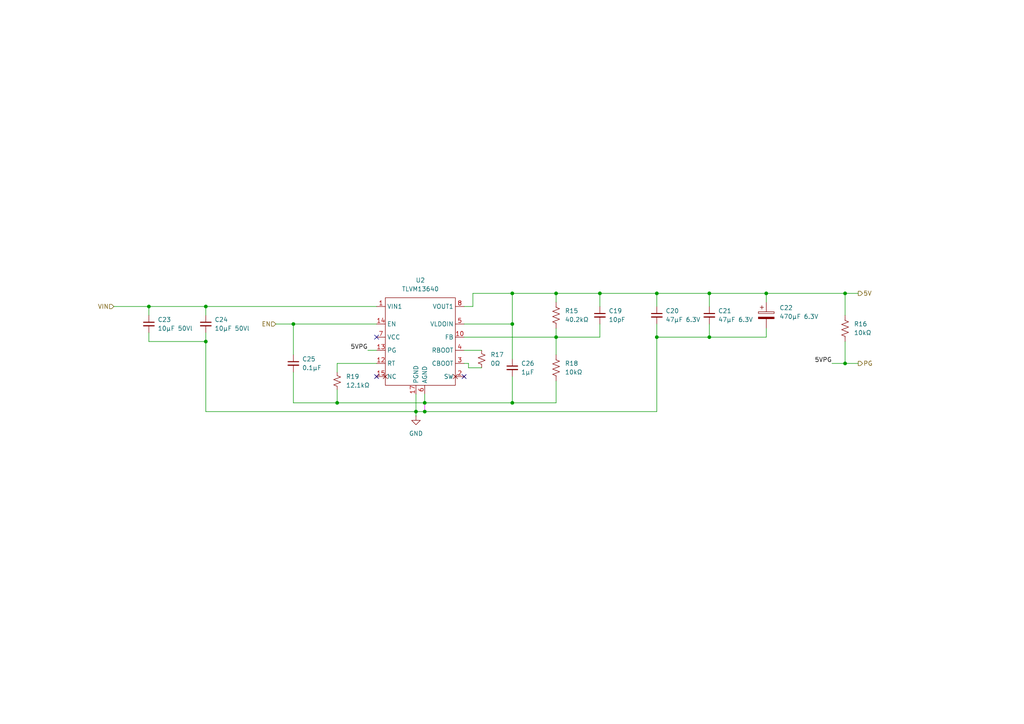
<source format=kicad_sch>
(kicad_sch (version 20231120) (generator "eeschema") (generator_version "8.0")
  (paper "A4")
  (lib_symbols
    (symbol "BW_Active:TLVM13640"
      (property "Reference" "U" (at 0 16.002 0))
      (property "Value" "TLVM13640" (at 0 13.97 0))
      (symbol "TLVM13640_0_0"
        (pin power_in line (at -12.7 10.16 0) (length 2.54) (name "VIN1") (number "1"))
        (pin input line (at 12.7 1.27 180) (length 2.54) (name "FB") (number "10"))
        (pin passive line (at 1.27 -15.24 90) (length 2.54) hide (name "AGND") (number "11"))
        (pin input line (at -12.7 -6.35 0) (length 2.54) (name "RT") (number "12"))
        (pin open_collector line (at -12.7 -2.54 0) (length 2.54) (name "PG") (number "13"))
        (pin input line (at -12.7 5.08 0) (length 2.54) (name "EN") (number "14"))
        (pin no_connect non_logic (at -12.7 -10.16 0) (length 2.54) (name "NC") (number "15"))
        (pin passive line (at -12.7 10.16 0) (length 2.54) hide (name "VIN2") (number "16"))
        (pin power_in line (at -1.27 -15.24 90) (length 2.54) (name "PGND") (number "17"))
        (pin passive line (at -1.27 -15.24 90) (length 2.54) hide (name "PGND") (number "18"))
        (pin passive line (at -1.27 -15.24 90) (length 2.54) hide (name "PGND") (number "19"))
        (pin no_connect non_logic (at 12.7 -10.16 180) (length 2.54) (name "SW") (number "2"))
        (pin passive line (at -1.27 -15.24 90) (length 2.54) hide (name "PGND") (number "20"))
        (pin passive line (at 12.7 -6.35 180) (length 2.54) (name "CBOOT") (number "3"))
        (pin passive line (at 12.7 -2.54 180) (length 2.54) (name "RBOOT") (number "4"))
        (pin power_in line (at 12.7 5.08 180) (length 2.54) (name "VLDOIN") (number "5"))
        (pin passive line (at 1.27 -15.24 90) (length 2.54) (name "AGND") (number "6"))
        (pin output line (at -12.7 1.27 0) (length 2.54) (name "VCC") (number "7"))
        (pin power_out line (at 12.7 10.16 180) (length 2.54) (name "VOUT1") (number "8"))
        (pin passive line (at 12.7 10.16 180) (length 2.54) hide (name "VOUT2") (number "9"))
      )
      (symbol "TLVM13640_0_1"
        (rectangle (start -10.16 12.7) (end 10.16 -12.7))
      )
    )
    (symbol "Device:C_Polarized" (pin_numbers hide) (pin_names (offset 0.254))
      (property "Reference" "C" (at 0.635 2.54 0))
      (property "Value" "C_Polarized" (at 0.635 -2.54 0))
      (symbol "C_Polarized_0_1"
        (rectangle (start -2.286 0.508) (end 2.286 1.016))
        (polyline (pts (xy -1.778 2.286) (xy -0.762 2.286)))
        (polyline (pts (xy -1.27 2.794) (xy -1.27 1.778)))
        (rectangle (start 2.286 -0.508) (end -2.286 -1.016) (fill (type outline)))
      )
      (symbol "C_Polarized_1_1"
        (pin passive line (at 0 3.81 270) (length 2.794) (name "~") (number "1"))
        (pin passive line (at 0 -3.81 90) (length 2.794) (name "~") (number "2"))
      )
    )
    (symbol "Device:C_Small" (pin_numbers hide) (pin_names (offset 0.254) hide)
      (property "Reference" "C" (at 0.254 1.778 0))
      (property "Value" "C_Small" (at 0.254 -2.032 0))
      (symbol "C_Small_0_1"
        (polyline (pts (xy -1.524 -0.508) (xy 1.524 -0.508)) (stroke (width 0.3302)))
        (polyline (pts (xy -1.524 0.508) (xy 1.524 0.508)) (stroke (width 0.3048)))
      )
      (symbol "C_Small_1_1"
        (pin passive line (at 0 2.54 270) (length 2.032) (name "~") (number "1"))
        (pin passive line (at 0 -2.54 90) (length 2.032) (name "~") (number "2"))
      )
    )
    (symbol "Device:R_Small_US" (pin_numbers hide) (pin_names (offset 0.254) hide)
      (property "Reference" "R" (at 0.762 0.508 0))
      (property "Value" "R_Small_US" (at 0.762 -1.016 0))
      (symbol "R_Small_US_1_1"
        (polyline (pts (xy 0 0) (xy 1.016 -0.381) (xy 0 -0.762) (xy -1.016 -1.143) (xy 0 -1.524)))
        (polyline (pts (xy 0 1.524) (xy 1.016 1.143) (xy 0 0.762) (xy -1.016 0.381) (xy 0 0)))
        (pin passive line (at 0 2.54 270) (length 1.016) (name "~") (number "1"))
        (pin passive line (at 0 -2.54 90) (length 1.016) (name "~") (number "2"))
      )
    )
    (symbol "Device:R_US" (pin_numbers hide) (pin_names (offset 0))
      (property "Reference" "R" (at 2.54 0 90))
      (property "Value" "R_US" (at -2.54 0 90))
      (symbol "R_US_0_1"
        (polyline (pts (xy 0 -2.286) (xy 0 -2.54)))
        (polyline (pts (xy 0 2.286) (xy 0 2.54)))
        (polyline (pts (xy 0 -0.762) (xy 1.016 -1.143) (xy 0 -1.524) (xy -1.016 -1.905) (xy 0 -2.286)))
        (polyline (pts (xy 0 0.762) (xy 1.016 0.381) (xy 0 0) (xy -1.016 -0.381) (xy 0 -0.762)))
        (polyline (pts (xy 0 2.286) (xy 1.016 1.905) (xy 0 1.524) (xy -1.016 1.143) (xy 0 0.762)))
      )
      (symbol "R_US_1_1"
        (pin passive line (at 0 3.81 270) (length 1.27) (name "~") (number "1"))
        (pin passive line (at 0 -3.81 90) (length 1.27) (name "~") (number "2"))
      )
    )
    (symbol "power:GND" (power) (pin_numbers hide) (pin_names (offset 0) hide)
      (property "Value" "GND" (at 0 -3.81 0))
      (symbol "GND_0_1"
        (polyline (pts (xy 0 0) (xy 0 -1.27) (xy 1.27 -1.27) (xy 0 -2.54) (xy -1.27 -1.27) (xy 0 -1.27)))
      )
      (symbol "GND_1_1"
        (pin power_in line (at 0 0 270) (length 0) (name "~") (number "1"))
      )
    )
  )
  (junction (at 161.29 97.79))
  (junction (at 190.5 97.79))
  (junction (at 205.74 97.79))
  (junction (at 222.25 85.09))
  (junction (at 148.59 85.09))
  (junction (at 148.59 116.84))
  (junction (at 43.18 88.9))
  (junction (at 85.09 93.98))
  (junction (at 97.79 116.84))
  (junction (at 59.69 99.06))
  (junction (at 205.74 85.09))
  (junction (at 123.19 116.84))
  (junction (at 59.69 88.9))
  (junction (at 123.19 119.38))
  (junction (at 173.99 85.09))
  (junction (at 161.29 85.09))
  (junction (at 245.11 85.09))
  (junction (at 148.59 93.98))
  (junction (at 245.11 105.41))
  (junction (at 120.65 119.38))
  (junction (at 190.5 85.09))
  (no_connect (at 109.22 97.79))
  (no_connect (at 134.62 109.22))
  (no_connect (at 109.22 109.22))
  (wire (pts (xy 148.59 93.98) (xy 148.59 104.14)))
  (wire (pts (xy 134.62 101.6) (xy 139.7 101.6)))
  (wire (pts (xy 137.16 88.9) (xy 134.62 88.9)))
  (wire (pts (xy 161.29 116.84) (xy 161.29 110.49)))
  (wire (pts (xy 190.5 97.79) (xy 190.5 119.38)))
  (wire (pts (xy 222.25 85.09) (xy 205.74 85.09)))
  (wire (pts (xy 43.18 96.52) (xy 43.18 99.06)))
  (wire (pts (xy 97.79 113.03) (xy 97.79 116.84)))
  (wire (pts (xy 222.25 97.79) (xy 205.74 97.79)))
  (wire (pts (xy 190.5 97.79) (xy 190.5 93.98)))
  (wire (pts (xy 123.19 116.84) (xy 123.19 119.38)) (stroke (width 0) (color 255 0 255 1)))
  (wire (pts (xy 43.18 99.06) (xy 59.69 99.06)))
  (wire (pts (xy 173.99 93.98) (xy 173.99 97.79)))
  (wire (pts (xy 134.62 97.79) (xy 161.29 97.79)))
  (wire (pts (xy 43.18 88.9) (xy 59.69 88.9)))
  (wire (pts (xy 190.5 85.09) (xy 190.5 88.9)))
  (wire (pts (xy 120.65 119.38) (xy 59.69 119.38)))
  (wire (pts (xy 134.62 105.41) (xy 135.89 105.41)))
  (wire (pts (xy 245.11 105.41) (xy 248.92 105.41)))
  (wire (pts (xy 148.59 116.84) (xy 161.29 116.84)))
  (wire (pts (xy 123.19 116.84) (xy 148.59 116.84)))
  (wire (pts (xy 33.02 88.9) (xy 43.18 88.9)))
  (wire (pts (xy 161.29 85.09) (xy 148.59 85.09)))
  (wire (pts (xy 137.16 85.09) (xy 137.16 88.9)))
  (wire (pts (xy 97.79 116.84) (xy 123.19 116.84)))
  (wire (pts (xy 85.09 93.98) (xy 85.09 102.87)))
  (wire (pts (xy 245.11 85.09) (xy 245.11 91.44)))
  (wire (pts (xy 59.69 88.9) (xy 59.69 91.44)))
  (wire (pts (xy 190.5 85.09) (xy 173.99 85.09)))
  (wire (pts (xy 80.01 93.98) (xy 85.09 93.98)))
  (wire (pts (xy 85.09 107.95) (xy 85.09 116.84)))
  (wire (pts (xy 148.59 85.09) (xy 148.59 93.98)))
  (wire (pts (xy 161.29 97.79) (xy 161.29 102.87)))
  (wire (pts (xy 123.19 119.38) (xy 120.65 119.38)))
  (wire (pts (xy 97.79 105.41) (xy 97.79 107.95)))
  (wire (pts (xy 205.74 85.09) (xy 190.5 85.09)))
  (wire (pts (xy 120.65 114.3) (xy 120.65 119.38)))
  (wire (pts (xy 123.19 114.3) (xy 123.19 116.84)))
  (wire (pts (xy 222.25 95.25) (xy 222.25 97.79)))
  (wire (pts (xy 173.99 97.79) (xy 161.29 97.79)))
  (wire (pts (xy 135.89 106.68) (xy 139.7 106.68)))
  (wire (pts (xy 59.69 99.06) (xy 59.69 119.38)))
  (wire (pts (xy 245.11 99.06) (xy 245.11 105.41)))
  (wire (pts (xy 109.22 105.41) (xy 97.79 105.41)))
  (wire (pts (xy 222.25 85.09) (xy 222.25 87.63)))
  (wire (pts (xy 59.69 88.9) (xy 109.22 88.9)))
  (wire (pts (xy 173.99 85.09) (xy 173.99 88.9)))
  (wire (pts (xy 43.18 88.9) (xy 43.18 91.44)))
  (wire (pts (xy 161.29 97.79) (xy 161.29 95.25)))
  (wire (pts (xy 120.65 119.38) (xy 120.65 120.65)))
  (wire (pts (xy 205.74 97.79) (xy 190.5 97.79)))
  (wire (pts (xy 173.99 85.09) (xy 161.29 85.09)))
  (wire (pts (xy 148.59 85.09) (xy 137.16 85.09)))
  (wire (pts (xy 205.74 93.98) (xy 205.74 97.79)))
  (wire (pts (xy 134.62 93.98) (xy 148.59 93.98)))
  (wire (pts (xy 248.92 85.09) (xy 245.11 85.09)))
  (wire (pts (xy 245.11 85.09) (xy 222.25 85.09)))
  (wire (pts (xy 241.3 105.41) (xy 245.11 105.41)))
  (wire (pts (xy 161.29 85.09) (xy 161.29 87.63)))
  (wire (pts (xy 148.59 109.22) (xy 148.59 116.84)))
  (wire (pts (xy 106.68 101.6) (xy 109.22 101.6)))
  (wire (pts (xy 205.74 85.09) (xy 205.74 88.9)))
  (wire (pts (xy 135.89 105.41) (xy 135.89 106.68)))
  (wire (pts (xy 109.22 93.98) (xy 85.09 93.98)))
  (wire (pts (xy 123.19 119.38) (xy 190.5 119.38)))
  (wire (pts (xy 59.69 99.06) (xy 59.69 96.52)))
  (wire (pts (xy 85.09 116.84) (xy 97.79 116.84)))
  (label "5VPG" (at 106.68 101.6 180))
  (label "5VPG" (at 241.3 105.41 180))
  (hierarchical_label "EN" (shape input) (at 80.01 93.98 180))
  (hierarchical_label "PG" (shape output) (at 248.92 105.41 0))
  (hierarchical_label "5V" (shape output) (at 248.92 85.09 0))
  (hierarchical_label "VIN" (shape input) (at 33.02 88.9 180))
  (symbol (lib_id "Device:C_Small") (at 59.69 93.98 0) (unit 1)
    (property "Reference" "C24" (at 62.23 92.7162 0) (effects (justify left)))
    (property "Value" "10µF 50Vl" (at 62.23 95.2562 0) (effects (justify left)))
    (property "Footprint" "Capacitor_SMD:C_1210_3225Metric" (effects (hide yes)))
    (property "Description" "Unpolarized capacitor, small symbol" (effects (hide yes)))
  )
  (symbol (lib_id "Device:C_Small") (at 43.18 93.98 0) (unit 1)
    (property "Reference" "C23" (at 45.72 92.7162 0) (effects (justify left)))
    (property "Value" "10µF 50Vl" (at 45.72 95.2562 0) (effects (justify left)))
    (property "Footprint" "Capacitor_SMD:C_1210_3225Metric" (effects (hide yes)))
    (property "Description" "Unpolarized capacitor, small symbol" (effects (hide yes)))
  )
  (symbol (lib_id "Device:C_Small") (at 173.99 91.44 0) (unit 1)
    (property "Reference" "C19" (at 176.53 90.1762 0) (effects (justify left)))
    (property "Value" "10pF" (at 176.53 92.7162 0) (effects (justify left)))
    (property "Footprint" "Capacitor_SMD:C_0603_1608Metric" (effects (hide yes)))
    (property "Description" "Unpolarized capacitor, small symbol" (effects (hide yes)))
  )
  (symbol (lib_id "Device:R_US") (at 161.29 106.68 0) (unit 1)
    (property "Reference" "R18" (at 163.83 105.4099 0) (effects (justify left)))
    (property "Value" "10kΩ" (at 163.83 107.9499 0) (effects (justify left)))
    (property "Footprint" "Resistor_SMD:R_0603_1608Metric" (effects (hide yes)))
    (property "Description" "Resistor, US symbol" (effects (hide yes)))
  )
  (symbol (lib_id "Device:C_Small") (at 190.5 91.44 0) (unit 1)
    (property "Reference" "C20" (at 193.04 90.1762 0) (effects (justify left)))
    (property "Value" "47µF 6.3V" (at 193.04 92.7162 0) (effects (justify left)))
    (property "Footprint" "Capacitor_SMD:C_1210_3225Metric" (effects (hide yes)))
    (property "Description" "Unpolarized capacitor, small symbol" (effects (hide yes)))
  )
  (symbol (lib_id "BW_Active:TLVM13640") (at 121.92 99.06 0) (unit 1)
    (property "Reference" "U2" (at 121.92 81.28 0))
    (property "Value" "TLVM13640" (at 121.92 83.82 0))
    (property "Footprint" "BW_Active:TI_B3QFN-20" (effects (hide yes)))
    (property "Datasheet" "https://www.ti.com/lit/ds/symlink/tlvm13640.pdf" (effects (hide yes)))
    (property "Description" "Buck module, 4A, 3-36Vin, 1-6Vout" (effects (hide yes)))
  )
  (symbol (lib_id "Device:R_Small_US") (at 97.79 110.49 0) (unit 1)
    (property "Reference" "R19" (at 100.33 109.2199 0) (effects (justify left)))
    (property "Value" "12.1kΩ" (at 100.33 111.7599 0) (effects (justify left)))
    (property "Footprint" "Resistor_SMD:R_0603_1608Metric" (effects (hide yes)))
    (property "Description" "Resistor, small US symbol" (effects (hide yes)))
  )
  (symbol (lib_id "Device:R_Small_US") (at 139.7 104.14 0) (unit 1)
    (property "Reference" "R17" (at 142.24 102.8699 0) (effects (justify left)))
    (property "Value" "0Ω" (at 142.24 105.4099 0) (effects (justify left)))
    (property "Footprint" "Resistor_SMD:R_0603_1608Metric" (effects (hide yes)))
    (property "Description" "Resistor, small US symbol" (effects (hide yes)))
  )
  (symbol (lib_id "Device:C_Small") (at 148.59 106.68 0) (unit 1)
    (property "Reference" "C26" (at 151.13 105.4162 0) (effects (justify left)))
    (property "Value" "1µF" (at 151.13 107.9562 0) (effects (justify left)))
    (property "Footprint" "Capacitor_SMD:C_0603_1608Metric" (effects (hide yes)))
    (property "Description" "Unpolarized capacitor, small symbol" (effects (hide yes)))
  )
  (symbol (lib_id "Device:C_Polarized") (at 222.25 91.44 0) (unit 1)
    (property "Reference" "C22" (at 226.06 89.2809 0) (effects (justify left)))
    (property "Value" "470µF 6.3V" (at 226.06 91.8209 0) (effects (justify left)))
    (property "Footprint" "Capacitor_THT:CP_Radial_D6.3mm_P2.50mm" (effects (hide yes)))
    (property "Description" "Polarized capacitor" (effects (hide yes)))
  )
  (symbol (lib_id "power:GND") (at 120.65 120.65 0) (unit 1)
    (property "Reference" "#PWR012" (effects (hide yes)))
    (property "Value" "GND" (at 120.65 125.73 0))
    (property "Description" "Power symbol creates a global label with name \"GND\" , ground" (effects (hide yes)))
  )
  (symbol (lib_id "Device:C_Small") (at 85.09 105.41 0) (unit 1)
    (property "Reference" "C25" (at 87.63 104.1462 0) (effects (justify left)))
    (property "Value" "0.1µF" (at 87.63 106.6862 0) (effects (justify left)))
    (property "Footprint" "Capacitor_SMD:C_0603_1608Metric" (effects (hide yes)))
    (property "Description" "Unpolarized capacitor, small symbol" (effects (hide yes)))
  )
  (symbol (lib_id "Device:R_US") (at 161.29 91.44 0) (unit 1)
    (property "Reference" "R15" (at 163.83 90.1699 0) (effects (justify left)))
    (property "Value" "40.2kΩ" (at 163.83 92.7099 0) (effects (justify left)))
    (property "Footprint" "Resistor_SMD:R_0603_1608Metric" (effects (hide yes)))
    (property "Description" "Resistor, US symbol" (effects (hide yes)))
  )
  (symbol (lib_id "Device:C_Small") (at 205.74 91.44 0) (unit 1)
    (property "Reference" "C21" (at 208.28 90.1762 0) (effects (justify left)))
    (property "Value" "47µF 6.3V" (at 208.28 92.7162 0) (effects (justify left)))
    (property "Footprint" "Capacitor_SMD:C_1210_3225Metric" (effects (hide yes)))
    (property "Description" "Unpolarized capacitor, small symbol" (effects (hide yes)))
  )
  (symbol (lib_id "Device:R_US") (at 245.11 95.25 0) (unit 1)
    (property "Reference" "R16" (at 247.65 93.9799 0) (effects (justify left)))
    (property "Value" "10kΩ" (at 247.65 96.5199 0) (effects (justify left)))
    (property "Footprint" "Resistor_SMD:R_0603_1608Metric" (effects (hide yes)))
    (property "Description" "Resistor, US symbol" (effects (hide yes)))
  )
)
</source>
